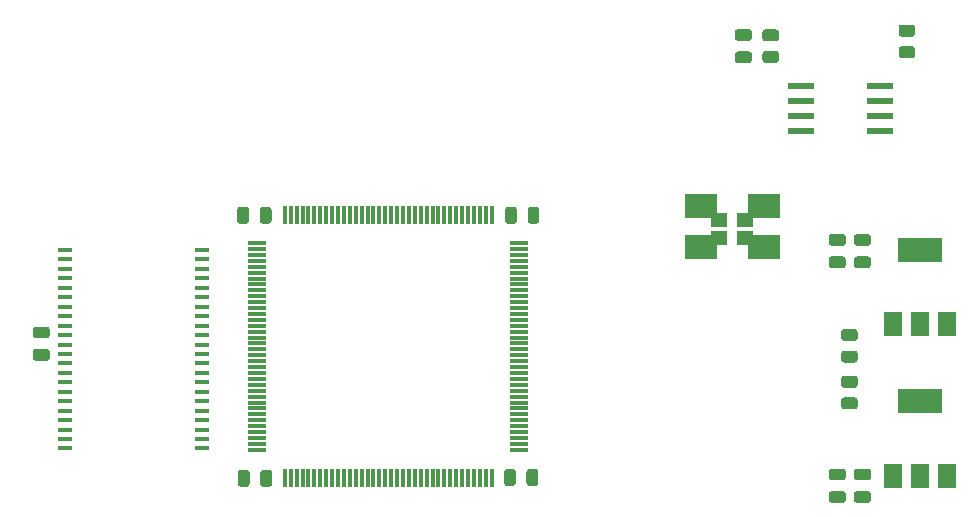
<source format=gtp>
G04 #@! TF.GenerationSoftware,KiCad,Pcbnew,(5.1.9)-1*
G04 #@! TF.CreationDate,2021-06-19T06:27:31+02:00*
G04 #@! TF.ProjectId,ZXUnCore,5a58556e-436f-4726-952e-6b696361645f,rev?*
G04 #@! TF.SameCoordinates,Original*
G04 #@! TF.FileFunction,Paste,Top*
G04 #@! TF.FilePolarity,Positive*
%FSLAX46Y46*%
G04 Gerber Fmt 4.6, Leading zero omitted, Abs format (unit mm)*
G04 Created by KiCad (PCBNEW (5.1.9)-1) date 2021-06-19 06:27:31*
%MOMM*%
%LPD*%
G01*
G04 APERTURE LIST*
%ADD10R,2.700000X2.100000*%
%ADD11R,1.400000X1.150000*%
%ADD12R,2.209800X0.609600*%
%ADD13R,0.300000X1.600000*%
%ADD14R,1.600000X0.300000*%
%ADD15R,1.500000X2.000000*%
%ADD16R,3.800000X2.000000*%
%ADD17R,1.300000X0.320000*%
G04 APERTURE END LIST*
D10*
X168270000Y-81730000D03*
X162970000Y-81730000D03*
X162970000Y-85130000D03*
X168270000Y-85130000D03*
G36*
G01*
X169300002Y-67760000D02*
X168399998Y-67760000D01*
G75*
G02*
X168150000Y-67510002I0J249998D01*
G01*
X168150000Y-66984998D01*
G75*
G02*
X168399998Y-66735000I249998J0D01*
G01*
X169300002Y-66735000D01*
G75*
G02*
X169550000Y-66984998I0J-249998D01*
G01*
X169550000Y-67510002D01*
G75*
G02*
X169300002Y-67760000I-249998J0D01*
G01*
G37*
G36*
G01*
X169300002Y-69585000D02*
X168399998Y-69585000D01*
G75*
G02*
X168150000Y-69335002I0J249998D01*
G01*
X168150000Y-68809998D01*
G75*
G02*
X168399998Y-68560000I249998J0D01*
G01*
X169300002Y-68560000D01*
G75*
G02*
X169550000Y-68809998I0J-249998D01*
G01*
X169550000Y-69335002D01*
G75*
G02*
X169300002Y-69585000I-249998J0D01*
G01*
G37*
G36*
G01*
X179919998Y-68160000D02*
X180820002Y-68160000D01*
G75*
G02*
X181070000Y-68409998I0J-249998D01*
G01*
X181070000Y-68935002D01*
G75*
G02*
X180820002Y-69185000I-249998J0D01*
G01*
X179919998Y-69185000D01*
G75*
G02*
X179670000Y-68935002I0J249998D01*
G01*
X179670000Y-68409998D01*
G75*
G02*
X179919998Y-68160000I249998J0D01*
G01*
G37*
G36*
G01*
X179919998Y-66335000D02*
X180820002Y-66335000D01*
G75*
G02*
X181070000Y-66584998I0J-249998D01*
G01*
X181070000Y-67110002D01*
G75*
G02*
X180820002Y-67360000I-249998J0D01*
G01*
X179919998Y-67360000D01*
G75*
G02*
X179670000Y-67110002I0J249998D01*
G01*
X179670000Y-66584998D01*
G75*
G02*
X179919998Y-66335000I249998J0D01*
G01*
G37*
D11*
X166670000Y-84440000D03*
X164470000Y-84440000D03*
X164470000Y-82840000D03*
X166670000Y-82840000D03*
D12*
X178132800Y-71545000D03*
X178132800Y-72815000D03*
X178132800Y-74085000D03*
X178132800Y-75355000D03*
X171401800Y-75355000D03*
X171401800Y-74085000D03*
X171401800Y-72815000D03*
X171401800Y-71545000D03*
D13*
X127710930Y-104682691D03*
X128210930Y-104682691D03*
X128710930Y-104682691D03*
X129210930Y-104682691D03*
X129710930Y-104682691D03*
X130210930Y-104682691D03*
X130710930Y-104682691D03*
X131210930Y-104682691D03*
X131710930Y-104682691D03*
X132210930Y-104682691D03*
X132710930Y-104682691D03*
X133210930Y-104682691D03*
X133710930Y-104682691D03*
X134210930Y-104682691D03*
X134710930Y-104682691D03*
X135210930Y-104682691D03*
X135710930Y-104682691D03*
X136210930Y-104682691D03*
X136710930Y-104682691D03*
X137210930Y-104682691D03*
X137710930Y-104682691D03*
X138210930Y-104682691D03*
X138710930Y-104682691D03*
X139210930Y-104682691D03*
X139710930Y-104682691D03*
X140210930Y-104682691D03*
X140710930Y-104682691D03*
X141210930Y-104682691D03*
X141710930Y-104682691D03*
X142210930Y-104682691D03*
X142710930Y-104682691D03*
X143210930Y-104682691D03*
X143710930Y-104682691D03*
X144210930Y-104682691D03*
X144710930Y-104682691D03*
X145210930Y-104682691D03*
D14*
X147560930Y-102332691D03*
X147560930Y-101832691D03*
X147560930Y-101332691D03*
X147560930Y-100832691D03*
X147560930Y-100332691D03*
X147560930Y-99832691D03*
X147560930Y-99332691D03*
X147560930Y-98832691D03*
X147560930Y-98332691D03*
X147560930Y-97832691D03*
X147560930Y-97332691D03*
X147560930Y-96832691D03*
X147560930Y-96332691D03*
X147560930Y-95832691D03*
X147560930Y-95332691D03*
X147560930Y-94832691D03*
X147560930Y-94332691D03*
X147560930Y-93832691D03*
X147560930Y-93332691D03*
X147560930Y-92832691D03*
X147560930Y-92332691D03*
X147560930Y-91832691D03*
X147560930Y-91332691D03*
X147560930Y-90832691D03*
X147560930Y-90332691D03*
X147560930Y-89832691D03*
X147560930Y-89332691D03*
X147560930Y-88832691D03*
X147560930Y-88332691D03*
X147560930Y-87832691D03*
X147560930Y-87332691D03*
X147560930Y-86832691D03*
X147560930Y-86332691D03*
X147560930Y-85832691D03*
X147560930Y-85332691D03*
X147560930Y-84832691D03*
D13*
X145210930Y-82482691D03*
X144710930Y-82482691D03*
X144210930Y-82482691D03*
X143710930Y-82482691D03*
X143210930Y-82482691D03*
X142710930Y-82482691D03*
X142210930Y-82482691D03*
X141710930Y-82482691D03*
X141210930Y-82482691D03*
X140710930Y-82482691D03*
X140210930Y-82482691D03*
X139710930Y-82482691D03*
X139210930Y-82482691D03*
X138710930Y-82482691D03*
X138210930Y-82482691D03*
X137710930Y-82482691D03*
X137210930Y-82482691D03*
X136710930Y-82482691D03*
X136210930Y-82482691D03*
X135710930Y-82482691D03*
X135210930Y-82482691D03*
X134710930Y-82482691D03*
X134210930Y-82482691D03*
X133710930Y-82482691D03*
X133210930Y-82482691D03*
X132710930Y-82482691D03*
X132210930Y-82482691D03*
X131710930Y-82482691D03*
X131210930Y-82482691D03*
X130710930Y-82482691D03*
X130210930Y-82482691D03*
X129710930Y-82482691D03*
X129210930Y-82482691D03*
X128710930Y-82482691D03*
X128210930Y-82482691D03*
X127710930Y-82482691D03*
D14*
X125360930Y-84832691D03*
X125360930Y-85332691D03*
X125360930Y-85832691D03*
X125360930Y-86332691D03*
X125360930Y-86832691D03*
X125360930Y-87332691D03*
X125360930Y-87832691D03*
X125360930Y-88332691D03*
X125360930Y-88832691D03*
X125360930Y-89332691D03*
X125360930Y-89832691D03*
X125360930Y-90332691D03*
X125360930Y-90832691D03*
X125360930Y-91332691D03*
X125360930Y-91832691D03*
X125360930Y-92332691D03*
X125360930Y-92832691D03*
X125360930Y-93332691D03*
X125360930Y-93832691D03*
X125360930Y-94332691D03*
X125360930Y-94832691D03*
X125360930Y-95332691D03*
X125360930Y-95832691D03*
X125360930Y-96332691D03*
X125360930Y-96832691D03*
X125360930Y-97332691D03*
X125360930Y-97832691D03*
X125360930Y-98332691D03*
X125360930Y-98832691D03*
X125360930Y-99332691D03*
X125360930Y-99832691D03*
X125360930Y-100332691D03*
X125360930Y-100832691D03*
X125360930Y-101332691D03*
X125360930Y-101832691D03*
X125360930Y-102332691D03*
G36*
G01*
X174955000Y-104930000D02*
X174005000Y-104930000D01*
G75*
G02*
X173755000Y-104680000I0J250000D01*
G01*
X173755000Y-104180000D01*
G75*
G02*
X174005000Y-103930000I250000J0D01*
G01*
X174955000Y-103930000D01*
G75*
G02*
X175205000Y-104180000I0J-250000D01*
G01*
X175205000Y-104680000D01*
G75*
G02*
X174955000Y-104930000I-250000J0D01*
G01*
G37*
G36*
G01*
X174955000Y-106830000D02*
X174005000Y-106830000D01*
G75*
G02*
X173755000Y-106580000I0J250000D01*
G01*
X173755000Y-106080000D01*
G75*
G02*
X174005000Y-105830000I250000J0D01*
G01*
X174955000Y-105830000D01*
G75*
G02*
X175205000Y-106080000I0J-250000D01*
G01*
X175205000Y-106580000D01*
G75*
G02*
X174955000Y-106830000I-250000J0D01*
G01*
G37*
G36*
G01*
X176135000Y-105830000D02*
X177085000Y-105830000D01*
G75*
G02*
X177335000Y-106080000I0J-250000D01*
G01*
X177335000Y-106580000D01*
G75*
G02*
X177085000Y-106830000I-250000J0D01*
G01*
X176135000Y-106830000D01*
G75*
G02*
X175885000Y-106580000I0J250000D01*
G01*
X175885000Y-106080000D01*
G75*
G02*
X176135000Y-105830000I250000J0D01*
G01*
G37*
G36*
G01*
X176135000Y-103930000D02*
X177085000Y-103930000D01*
G75*
G02*
X177335000Y-104180000I0J-250000D01*
G01*
X177335000Y-104680000D01*
G75*
G02*
X177085000Y-104930000I-250000J0D01*
G01*
X176135000Y-104930000D01*
G75*
G02*
X175885000Y-104680000I0J250000D01*
G01*
X175885000Y-104180000D01*
G75*
G02*
X176135000Y-103930000I250000J0D01*
G01*
G37*
G36*
G01*
X174955000Y-85060000D02*
X174005000Y-85060000D01*
G75*
G02*
X173755000Y-84810000I0J250000D01*
G01*
X173755000Y-84310000D01*
G75*
G02*
X174005000Y-84060000I250000J0D01*
G01*
X174955000Y-84060000D01*
G75*
G02*
X175205000Y-84310000I0J-250000D01*
G01*
X175205000Y-84810000D01*
G75*
G02*
X174955000Y-85060000I-250000J0D01*
G01*
G37*
G36*
G01*
X174955000Y-86960000D02*
X174005000Y-86960000D01*
G75*
G02*
X173755000Y-86710000I0J250000D01*
G01*
X173755000Y-86210000D01*
G75*
G02*
X174005000Y-85960000I250000J0D01*
G01*
X174955000Y-85960000D01*
G75*
G02*
X175205000Y-86210000I0J-250000D01*
G01*
X175205000Y-86710000D01*
G75*
G02*
X174955000Y-86960000I-250000J0D01*
G01*
G37*
G36*
G01*
X177085000Y-85060000D02*
X176135000Y-85060000D01*
G75*
G02*
X175885000Y-84810000I0J250000D01*
G01*
X175885000Y-84310000D01*
G75*
G02*
X176135000Y-84060000I250000J0D01*
G01*
X177085000Y-84060000D01*
G75*
G02*
X177335000Y-84310000I0J-250000D01*
G01*
X177335000Y-84810000D01*
G75*
G02*
X177085000Y-85060000I-250000J0D01*
G01*
G37*
G36*
G01*
X177085000Y-86960000D02*
X176135000Y-86960000D01*
G75*
G02*
X175885000Y-86710000I0J250000D01*
G01*
X175885000Y-86210000D01*
G75*
G02*
X176135000Y-85960000I250000J0D01*
G01*
X177085000Y-85960000D01*
G75*
G02*
X177335000Y-86210000I0J-250000D01*
G01*
X177335000Y-86710000D01*
G75*
G02*
X177085000Y-86960000I-250000J0D01*
G01*
G37*
G36*
G01*
X147360000Y-82005000D02*
X147360000Y-82955000D01*
G75*
G02*
X147110000Y-83205000I-250000J0D01*
G01*
X146610000Y-83205000D01*
G75*
G02*
X146360000Y-82955000I0J250000D01*
G01*
X146360000Y-82005000D01*
G75*
G02*
X146610000Y-81755000I250000J0D01*
G01*
X147110000Y-81755000D01*
G75*
G02*
X147360000Y-82005000I0J-250000D01*
G01*
G37*
G36*
G01*
X149260000Y-82005000D02*
X149260000Y-82955000D01*
G75*
G02*
X149010000Y-83205000I-250000J0D01*
G01*
X148510000Y-83205000D01*
G75*
G02*
X148260000Y-82955000I0J250000D01*
G01*
X148260000Y-82005000D01*
G75*
G02*
X148510000Y-81755000I250000J0D01*
G01*
X149010000Y-81755000D01*
G75*
G02*
X149260000Y-82005000I0J-250000D01*
G01*
G37*
G36*
G01*
X148160000Y-105155000D02*
X148160000Y-104205000D01*
G75*
G02*
X148410000Y-103955000I250000J0D01*
G01*
X148910000Y-103955000D01*
G75*
G02*
X149160000Y-104205000I0J-250000D01*
G01*
X149160000Y-105155000D01*
G75*
G02*
X148910000Y-105405000I-250000J0D01*
G01*
X148410000Y-105405000D01*
G75*
G02*
X148160000Y-105155000I0J250000D01*
G01*
G37*
G36*
G01*
X146260000Y-105155000D02*
X146260000Y-104205000D01*
G75*
G02*
X146510000Y-103955000I250000J0D01*
G01*
X147010000Y-103955000D01*
G75*
G02*
X147260000Y-104205000I0J-250000D01*
G01*
X147260000Y-105155000D01*
G75*
G02*
X147010000Y-105405000I-250000J0D01*
G01*
X146510000Y-105405000D01*
G75*
G02*
X146260000Y-105155000I0J250000D01*
G01*
G37*
G36*
G01*
X125580000Y-82955000D02*
X125580000Y-82005000D01*
G75*
G02*
X125830000Y-81755000I250000J0D01*
G01*
X126330000Y-81755000D01*
G75*
G02*
X126580000Y-82005000I0J-250000D01*
G01*
X126580000Y-82955000D01*
G75*
G02*
X126330000Y-83205000I-250000J0D01*
G01*
X125830000Y-83205000D01*
G75*
G02*
X125580000Y-82955000I0J250000D01*
G01*
G37*
G36*
G01*
X123680000Y-82955000D02*
X123680000Y-82005000D01*
G75*
G02*
X123930000Y-81755000I250000J0D01*
G01*
X124430000Y-81755000D01*
G75*
G02*
X124680000Y-82005000I0J-250000D01*
G01*
X124680000Y-82955000D01*
G75*
G02*
X124430000Y-83205000I-250000J0D01*
G01*
X123930000Y-83205000D01*
G75*
G02*
X123680000Y-82955000I0J250000D01*
G01*
G37*
G36*
G01*
X124730000Y-104285000D02*
X124730000Y-105235000D01*
G75*
G02*
X124480000Y-105485000I-250000J0D01*
G01*
X123980000Y-105485000D01*
G75*
G02*
X123730000Y-105235000I0J250000D01*
G01*
X123730000Y-104285000D01*
G75*
G02*
X123980000Y-104035000I250000J0D01*
G01*
X124480000Y-104035000D01*
G75*
G02*
X124730000Y-104285000I0J-250000D01*
G01*
G37*
G36*
G01*
X126630000Y-104285000D02*
X126630000Y-105235000D01*
G75*
G02*
X126380000Y-105485000I-250000J0D01*
G01*
X125880000Y-105485000D01*
G75*
G02*
X125630000Y-105235000I0J250000D01*
G01*
X125630000Y-104285000D01*
G75*
G02*
X125880000Y-104035000I250000J0D01*
G01*
X126380000Y-104035000D01*
G75*
G02*
X126630000Y-104285000I0J-250000D01*
G01*
G37*
G36*
G01*
X106617180Y-93794566D02*
X107567180Y-93794566D01*
G75*
G02*
X107817180Y-94044566I0J-250000D01*
G01*
X107817180Y-94544566D01*
G75*
G02*
X107567180Y-94794566I-250000J0D01*
G01*
X106617180Y-94794566D01*
G75*
G02*
X106367180Y-94544566I0J250000D01*
G01*
X106367180Y-94044566D01*
G75*
G02*
X106617180Y-93794566I250000J0D01*
G01*
G37*
G36*
G01*
X106617180Y-91894566D02*
X107567180Y-91894566D01*
G75*
G02*
X107817180Y-92144566I0J-250000D01*
G01*
X107817180Y-92644566D01*
G75*
G02*
X107567180Y-92894566I-250000J0D01*
G01*
X106617180Y-92894566D01*
G75*
G02*
X106367180Y-92644566I0J250000D01*
G01*
X106367180Y-92144566D01*
G75*
G02*
X106617180Y-91894566I250000J0D01*
G01*
G37*
D15*
X179160000Y-104520000D03*
X183760000Y-104520000D03*
X181460000Y-104520000D03*
D16*
X181460000Y-98220000D03*
D15*
X179180000Y-91710000D03*
X183780000Y-91710000D03*
X181480000Y-91710000D03*
D16*
X181480000Y-85410000D03*
G36*
G01*
X175059998Y-97890000D02*
X175960002Y-97890000D01*
G75*
G02*
X176210000Y-98139998I0J-249998D01*
G01*
X176210000Y-98665002D01*
G75*
G02*
X175960002Y-98915000I-249998J0D01*
G01*
X175059998Y-98915000D01*
G75*
G02*
X174810000Y-98665002I0J249998D01*
G01*
X174810000Y-98139998D01*
G75*
G02*
X175059998Y-97890000I249998J0D01*
G01*
G37*
G36*
G01*
X175059998Y-96065000D02*
X175960002Y-96065000D01*
G75*
G02*
X176210000Y-96314998I0J-249998D01*
G01*
X176210000Y-96840002D01*
G75*
G02*
X175960002Y-97090000I-249998J0D01*
G01*
X175059998Y-97090000D01*
G75*
G02*
X174810000Y-96840002I0J249998D01*
G01*
X174810000Y-96314998D01*
G75*
G02*
X175059998Y-96065000I249998J0D01*
G01*
G37*
G36*
G01*
X175960002Y-93130000D02*
X175059998Y-93130000D01*
G75*
G02*
X174810000Y-92880002I0J249998D01*
G01*
X174810000Y-92354998D01*
G75*
G02*
X175059998Y-92105000I249998J0D01*
G01*
X175960002Y-92105000D01*
G75*
G02*
X176210000Y-92354998I0J-249998D01*
G01*
X176210000Y-92880002D01*
G75*
G02*
X175960002Y-93130000I-249998J0D01*
G01*
G37*
G36*
G01*
X175960002Y-94955000D02*
X175059998Y-94955000D01*
G75*
G02*
X174810000Y-94705002I0J249998D01*
G01*
X174810000Y-94179998D01*
G75*
G02*
X175059998Y-93930000I249998J0D01*
G01*
X175960002Y-93930000D01*
G75*
G02*
X176210000Y-94179998I0J-249998D01*
G01*
X176210000Y-94705002D01*
G75*
G02*
X175960002Y-94955000I-249998J0D01*
G01*
G37*
G36*
G01*
X167005000Y-67710000D02*
X166055000Y-67710000D01*
G75*
G02*
X165805000Y-67460000I0J250000D01*
G01*
X165805000Y-66960000D01*
G75*
G02*
X166055000Y-66710000I250000J0D01*
G01*
X167005000Y-66710000D01*
G75*
G02*
X167255000Y-66960000I0J-250000D01*
G01*
X167255000Y-67460000D01*
G75*
G02*
X167005000Y-67710000I-250000J0D01*
G01*
G37*
G36*
G01*
X167005000Y-69610000D02*
X166055000Y-69610000D01*
G75*
G02*
X165805000Y-69360000I0J250000D01*
G01*
X165805000Y-68860000D01*
G75*
G02*
X166055000Y-68610000I250000J0D01*
G01*
X167005000Y-68610000D01*
G75*
G02*
X167255000Y-68860000I0J-250000D01*
G01*
X167255000Y-69360000D01*
G75*
G02*
X167005000Y-69610000I-250000J0D01*
G01*
G37*
D17*
X109070930Y-102220816D03*
X109070930Y-101420816D03*
X109070930Y-100620816D03*
X109070930Y-99820816D03*
X109070930Y-99020816D03*
X109070930Y-98220816D03*
X109070930Y-97420816D03*
X109070930Y-96620816D03*
X109070930Y-95820816D03*
X109070930Y-95020816D03*
X109070930Y-94220816D03*
X109070930Y-93420816D03*
X109070930Y-92620816D03*
X109070930Y-91820816D03*
X109070930Y-91020816D03*
X109070930Y-90220816D03*
X109070930Y-89420816D03*
X109070930Y-88620816D03*
X109070930Y-87820816D03*
X109070930Y-87020816D03*
X109070930Y-86220816D03*
X109070930Y-85420816D03*
X120670930Y-85420816D03*
X120670930Y-86220816D03*
X120670930Y-87020816D03*
X120670930Y-87820816D03*
X120670930Y-88620816D03*
X120670930Y-89420816D03*
X120670930Y-90220816D03*
X120670930Y-91020816D03*
X120670930Y-91820816D03*
X120670930Y-92620816D03*
X120670930Y-93420816D03*
X120670930Y-94220816D03*
X120670930Y-95020816D03*
X120670930Y-95820816D03*
X120670930Y-96620816D03*
X120670930Y-97420816D03*
X120670930Y-98220816D03*
X120670930Y-99020816D03*
X120670930Y-99820816D03*
X120670930Y-100620816D03*
X120670930Y-101420816D03*
X120670930Y-102220816D03*
M02*

</source>
